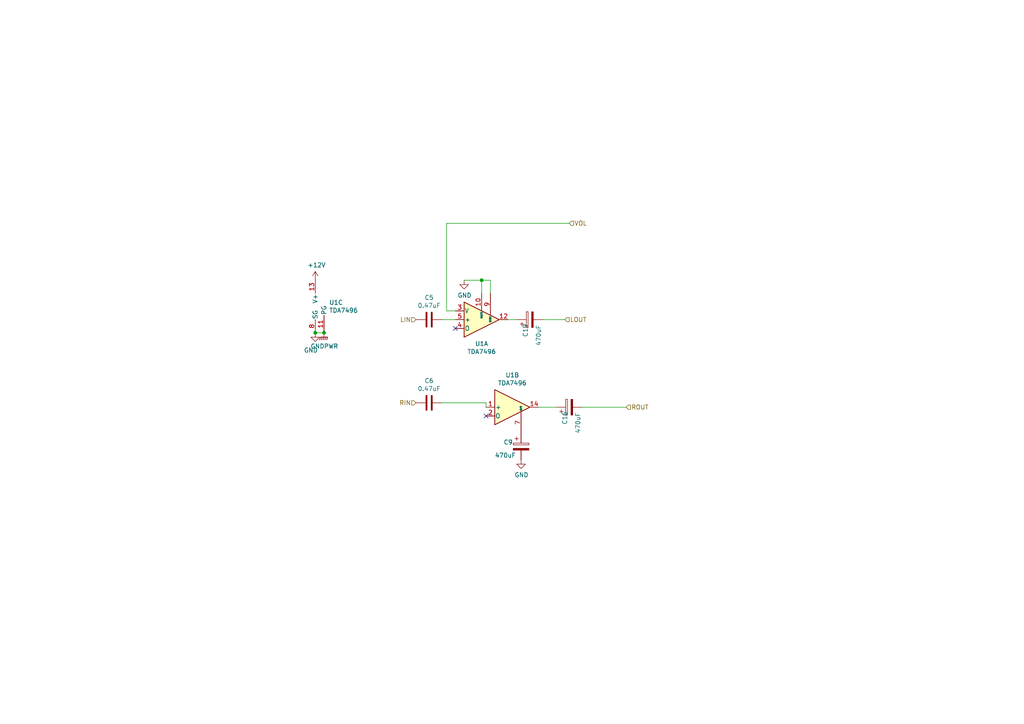
<source format=kicad_sch>
(kicad_sch (version 20250114) (generator "eeschema") (generator_version "9.0")
  (paper "A4")
  (title_block (title "Modulo completo") (date "2023-06-13") (company "Domosónica"))
  (lib_symbols
    (symbol "Amplifier_Audio:TDA7496" (pin_names (offset 0.127))
      (property "Reference" "U" (at 6.35 3.81 0))
      (property "Value" "TDA7496" (at 7.62 -3.81 0))
      (symbol "TDA7496_1_1"
        (polyline (pts (xy 5.08 0) (xy -5.08 5.08) (xy -5.08 -5.08) (xy 5.08 0)) (stroke (width 0.254)) (fill (type background)))
        (pin input line (at -7.62 2.54 0) (length 2.54) (name "V") (number "3"))
        (pin input line (at -7.62 0 0) (length 2.54) (name "+") (number "5"))
        (pin output line (at -7.62 -2.54 0) (length 2.54) (name "O") (number "4"))
        (pin input line (at 0 7.62 270) (length 5.08) (name "MUTE") (number "10"))
        (pin no_connect line (at 0 2.54 270) (length 2.54) (hide yes) (name "NC") (number "6"))
        (pin input line (at 2.54 7.62 270) (length 6.35) (name "STBY") (number "9"))
        (pin output line (at 7.62 0 180) (length 2.54) (name "~") (number "12"))
      )
      (symbol "TDA7496_2_1"
        (polyline (pts (xy 5.08 0) (xy -5.08 5.08) (xy -5.08 -5.08) (xy 5.08 0)) (stroke (width 0.254)) (fill (type background)))
        (pin input line (at -7.62 0 0) (length 2.54) (name "+") (number "1"))
        (pin output line (at -7.62 -2.54 0) (length 2.54) (name "O") (number "2"))
        (pin passive line (at 2.54 -7.62 90) (length 6.35) (name "SVR") (number "7"))
        (pin output line (at 7.62 0 180) (length 2.54) (name "~") (number "14"))
      )
      (symbol "TDA7496_3_1"
        (pin power_in line (at -2.54 7.62 270) (length 3.81) (name "V+") (number "13"))
        (pin power_in line (at -2.54 -7.62 90) (length 3.81) (name "SG") (number "8"))
        (pin power_in line (at 0 -7.62 90) (length 5.08) (name "PG") (number "11"))
        (pin passive line (at 0 -7.62 90) (length 5.08) (hide yes) (name "PG") (number "15"))
      )
    )
    (symbol "Device:C" (pin_numbers (hide yes)) (pin_names (offset 0.254))
      (property "Reference" "C" (at 0.635 2.54 0))
      (property "Value" "C" (at 0.635 -2.54 0))
      (symbol "C_0_1"
        (polyline (pts (xy -2.032 0.762) (xy 2.032 0.762)) (stroke (width 0.508)))
        (polyline (pts (xy -2.032 -0.762) (xy 2.032 -0.762)) (stroke (width 0.508)))
      )
      (symbol "C_1_1"
        (pin passive line (at 0 3.81 270) (length 2.794) (name "~") (number "1"))
        (pin passive line (at 0 -3.81 90) (length 2.794) (name "~") (number "2"))
      )
    )
    (symbol "Device:C_Polarized" (pin_numbers (hide yes)) (pin_names (offset 0.254))
      (property "Reference" "C" (at 0.635 2.54 0))
      (property "Value" "C_Polarized" (at 0.635 -2.54 0))
      (symbol "C_Polarized_0_1"
        (rectangle (start -2.286 0.508) (end 2.286 1.016))
        (polyline (pts (xy -1.778 2.286) (xy -0.762 2.286)))
        (polyline (pts (xy -1.27 2.794) (xy -1.27 1.778)))
        (rectangle (start 2.286 -0.508) (end -2.286 -1.016) (fill (type outline)))
      )
      (symbol "C_Polarized_1_1"
        (pin passive line (at 0 3.81 270) (length 2.794) (name "~") (number "1"))
        (pin passive line (at 0 -3.81 90) (length 2.794) (name "~") (number "2"))
      )
    )
    (symbol "power:+12V" (power) (pin_names (offset 0))
      (property "Value" "+12V" (at 0 3.556 0))
      (symbol "+12V_0_1"
        (polyline (pts (xy -0.762 1.27) (xy 0 2.54)))
        (polyline (pts (xy 0 2.54) (xy 0.762 1.27)))
        (polyline (pts (xy 0 0) (xy 0 2.54)))
      )
      (symbol "+12V_1_1"
        (pin power_in line (at 0 0 90) (length 0) (hide yes) (name "+12V") (number "1"))
      )
    )
    (symbol "power:GND" (power) (pin_names (offset 0))
      (property "Value" "GND" (at 0 -3.81 0))
      (symbol "GND_0_1"
        (polyline (pts (xy 0 0) (xy 0 -1.27) (xy 1.27 -1.27) (xy 0 -2.54) (xy -1.27 -1.27) (xy 0 -1.27)))
      )
      (symbol "GND_1_1"
        (pin power_in line (at 0 0 270) (length 0) (hide yes) (name "GND") (number "1"))
      )
    )
    (symbol "power:GNDPWR" (power) (pin_names (offset 0))
      (property "Value" "GNDPWR" (at 0 -3.302 0))
      (symbol "GNDPWR_0_1"
        (polyline (pts (xy -1.016 -1.27) (xy -1.27 -2.032) (xy -1.27 -2.032)) (stroke (width 0.2032)))
        (polyline (pts (xy -0.508 -1.27) (xy -0.762 -2.032) (xy -0.762 -2.032)) (stroke (width 0.2032)))
        (polyline (pts (xy 0 -1.27) (xy 0 0)))
        (polyline (pts (xy 0 -1.27) (xy -0.254 -2.032) (xy -0.254 -2.032)) (stroke (width 0.2032)))
        (polyline (pts (xy 0.508 -1.27) (xy 0.254 -2.032) (xy 0.254 -2.032)) (stroke (width 0.2032)))
        (polyline (pts (xy 1.016 -1.27) (xy -1.016 -1.27) (xy -1.016 -1.27)) (stroke (width 0.2032)))
        (polyline (pts (xy 1.016 -1.27) (xy 0.762 -2.032) (xy 0.762 -2.032) (xy 0.762 -2.032)) (stroke (width 0.2032)))
      )
      (symbol "GNDPWR_1_1"
        (pin power_in line (at 0 0 270) (length 0) (hide yes) (name "GNDPWR") (number "1"))
      )
    )
  )
  (junction (at 93.98 96.52))
  (junction (at 91.44 96.52))
  (junction (at 139.7 81.28))
  (no_connect (at 140.97 120.65))
  (no_connect (at 132.08 95.25))
  (wire (pts (xy 139.7 81.28) (xy 142.24 81.28)))
  (wire (pts (xy 142.24 81.28) (xy 142.24 85.09)))
  (wire (pts (xy 139.7 81.28) (xy 139.7 85.09)))
  (wire (pts (xy 129.54 64.77) (xy 165.1 64.77)))
  (wire (pts (xy 168.91 118.11) (xy 181.61 118.11)))
  (wire (pts (xy 156.21 118.11) (xy 161.29 118.11)))
  (wire (pts (xy 140.97 116.84) (xy 140.97 118.11)))
  (wire (pts (xy 134.62 81.28) (xy 139.7 81.28)))
  (wire (pts (xy 132.08 90.17) (xy 129.54 90.17)))
  (wire (pts (xy 157.48 92.71) (xy 163.83 92.71)))
  (wire (pts (xy 128.27 92.71) (xy 132.08 92.71)))
  (wire (pts (xy 147.32 92.71) (xy 149.86 92.71)))
  (wire (pts (xy 128.27 116.84) (xy 140.97 116.84)))
  (wire (pts (xy 129.54 64.77) (xy 129.54 90.17)))
  (wire (pts (xy 91.44 96.52) (xy 93.98 96.52)))
  (hierarchical_label "LIN" (shape input) (at 120.65 92.71 180))
  (hierarchical_label "RIN" (shape input) (at 120.65 116.84 180))
  (hierarchical_label "VOL" (shape input) (at 165.1 64.77 0))
  (hierarchical_label "ROUT" (shape input) (at 181.61 118.11 0))
  (hierarchical_label "LOUT" (shape input) (at 163.83 92.71 0))
  (symbol (lib_id "power:GND") (at 91.44 96.52 0) (unit 1)
    (property "Reference" "#PWR0106" (effects (hide yes)))
    (property "Value" "GND" (at 90.17 101.6 0))
  )
  (symbol (lib_id "Device:C") (at 124.46 92.71 270) (unit 1)
    (property "Reference" "C5" (at 124.46 86.3092 90))
    (property "Value" "0.47uF" (at 124.46 88.6206 90))
    (property "Footprint" "Capacitor_THT:C_Disc_D4.3mm_W1.9mm_P5.00mm" (effects (hide yes)))
  )
  (symbol (lib_id "Device:C") (at 124.46 116.84 270) (unit 1)
    (property "Reference" "C6" (at 124.46 110.4392 90))
    (property "Value" "0.47uF" (at 124.46 112.7506 90))
    (property "Footprint" "Capacitor_THT:C_Disc_D4.3mm_W1.9mm_P5.00mm" (effects (hide yes)))
  )
  (symbol (lib_id "Amplifier_Audio:TDA7496") (at 139.7 92.71 0) (unit 1)
    (property "Reference" "U1" (at 139.7 99.695 0))
    (property "Value" "TDA7496" (at 139.7 102.0064 0))
    (property "Footprint" "Package_TO_SOT_THT:TO-220-15_P2.54x2.54mm_StaggerOdd_Lead4.58mm_Vertical" (effects (hide yes)))
    (property "Datasheet" "http://www.st.com/resource/en/datasheet/tda7297.pdf" (effects (hide yes)))
  )
  (symbol (lib_id "Amplifier_Audio:TDA7496") (at 148.59 118.11 0) (unit 2)
    (property "Reference" "U1" (at 148.59 108.7882 0))
    (property "Value" "TDA7496" (at 148.59 111.0996 0))
    (property "Footprint" "Package_TO_SOT_THT:TO-220-15_P2.54x2.54mm_StaggerOdd_Lead4.58mm_Vertical" (effects (hide yes)))
    (property "Datasheet" "http://www.st.com/resource/en/datasheet/tda7297.pdf" (effects (hide yes)))
  )
  (symbol (lib_id "Amplifier_Audio:TDA7496") (at 93.98 88.9 0) (unit 3)
    (property "Reference" "U1" (at 95.4532 87.7316 0) (effects (justify left)))
    (property "Value" "TDA7496" (at 95.4532 90.043 0) (effects (justify left)))
    (property "Footprint" "Package_TO_SOT_THT:TO-220-15_P2.54x2.54mm_StaggerOdd_Lead4.58mm_Vertical" (effects (hide yes)))
    (property "Datasheet" "http://www.st.com/resource/en/datasheet/tda7297.pdf" (effects (hide yes)))
  )
  (symbol (lib_id "Device:C_Polarized") (at 151.13 129.54 0) (unit 1)
    (property "Reference" "C9" (at 146.05 128.27 0) (effects (justify left)))
    (property "Value" "470uF" (at 143.51 132.08 0) (effects (justify left)))
    (property "Footprint" "Capacitor_THT:C_Radial_D8.0mm_H11.5mm_P3.50mm" (effects (hide yes)))
  )
  (symbol (lib_id "power:GND") (at 151.13 133.35 0) (unit 1)
    (property "Reference" "#PWR0108" (effects (hide yes)))
    (property "Value" "GND" (at 151.257 137.7442 0))
  )
  (symbol (lib_id "Device:C_Polarized") (at 165.1 118.11 90) (unit 1)
    (property "Reference" "C16" (at 163.83 123.19 0) (effects (justify left)))
    (property "Value" "470uF" (at 167.64 125.73 0) (effects (justify left)))
    (property "Footprint" "Capacitor_THT:C_Radial_D8.0mm_H11.5mm_P3.50mm" (effects (hide yes)))
  )
  (symbol (lib_id "Device:C_Polarized") (at 153.67 92.71 90) (unit 1)
    (property "Reference" "C19" (at 152.4 97.79 0) (effects (justify left)))
    (property "Value" "470uF" (at 156.21 100.33 0) (effects (justify left)))
    (property "Footprint" "Capacitor_THT:C_Radial_D8.0mm_H11.5mm_P3.50mm" (effects (hide yes)))
  )
  (symbol (lib_id "power:GNDPWR") (at 93.98 96.52 0) (unit 1)
    (property "Reference" "#PWR0138" (effects (hide yes)))
    (property "Value" "GNDPWR" (at 94.0816 100.4316 0))
  )
  (symbol (lib_id "power:+12V") (at 91.44 81.28 0) (unit 1)
    (property "Reference" "#PWR0141" (effects (hide yes)))
    (property "Value" "+12V" (at 91.821 76.8858 0))
  )
  (symbol (lib_id "power:GND") (at 134.62 81.28 0) (unit 1)
    (property "Reference" "#PWR0143" (effects (hide yes)))
    (property "Value" "GND" (at 134.747 85.6742 0))
  )
)
</source>
